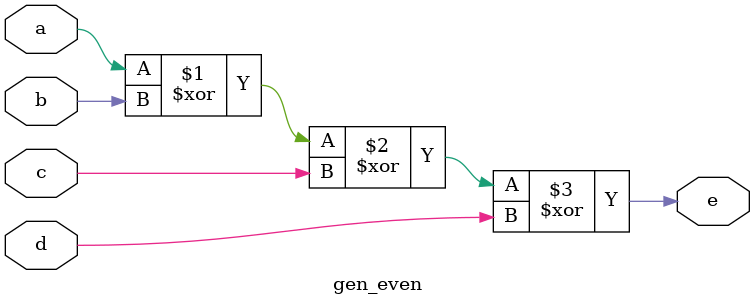
<source format=v>
`timescale 1ns / 1ps

module gen_even(
    input a, b, c, d,
    output e
    );
    assign e = a ^ b ^ c ^ d;
endmodule
</source>
